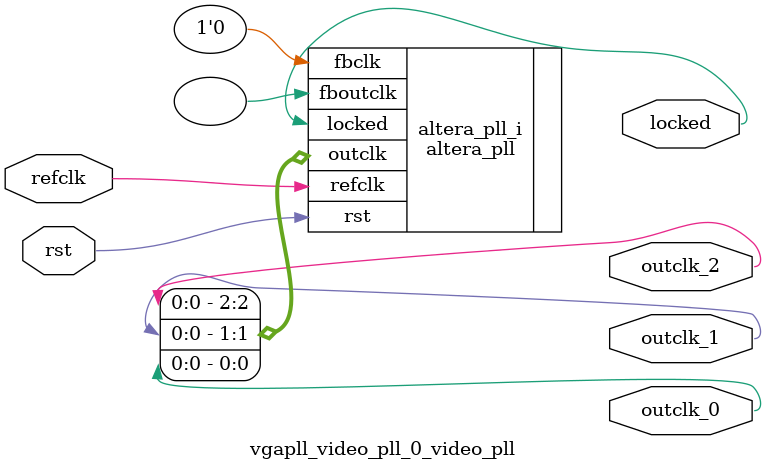
<source format=v>
`timescale 1ns/10ps
module  vgapll_video_pll_0_video_pll(

	// interface 'refclk'
	input wire refclk,

	// interface 'reset'
	input wire rst,

	// interface 'outclk0'
	output wire outclk_0,

	// interface 'outclk1'
	output wire outclk_1,

	// interface 'outclk2'
	output wire outclk_2,

	// interface 'locked'
	output wire locked
);

	altera_pll #(
		.fractional_vco_multiplier("false"),
		.reference_clock_frequency("50.0 MHz"),
		.operation_mode("direct"),
		.number_of_clocks(3),
		.output_clock_frequency0("25.000000 MHz"),
		.phase_shift0("0 ps"),
		.duty_cycle0(50),
		.output_clock_frequency1("25.000000 MHz"),
		.phase_shift1("0 ps"),
		.duty_cycle1(50),
		.output_clock_frequency2("33.000000 MHz"),
		.phase_shift2("0 ps"),
		.duty_cycle2(50),
		.output_clock_frequency3("0 MHz"),
		.phase_shift3("0 ps"),
		.duty_cycle3(50),
		.output_clock_frequency4("0 MHz"),
		.phase_shift4("0 ps"),
		.duty_cycle4(50),
		.output_clock_frequency5("0 MHz"),
		.phase_shift5("0 ps"),
		.duty_cycle5(50),
		.output_clock_frequency6("0 MHz"),
		.phase_shift6("0 ps"),
		.duty_cycle6(50),
		.output_clock_frequency7("0 MHz"),
		.phase_shift7("0 ps"),
		.duty_cycle7(50),
		.output_clock_frequency8("0 MHz"),
		.phase_shift8("0 ps"),
		.duty_cycle8(50),
		.output_clock_frequency9("0 MHz"),
		.phase_shift9("0 ps"),
		.duty_cycle9(50),
		.output_clock_frequency10("0 MHz"),
		.phase_shift10("0 ps"),
		.duty_cycle10(50),
		.output_clock_frequency11("0 MHz"),
		.phase_shift11("0 ps"),
		.duty_cycle11(50),
		.output_clock_frequency12("0 MHz"),
		.phase_shift12("0 ps"),
		.duty_cycle12(50),
		.output_clock_frequency13("0 MHz"),
		.phase_shift13("0 ps"),
		.duty_cycle13(50),
		.output_clock_frequency14("0 MHz"),
		.phase_shift14("0 ps"),
		.duty_cycle14(50),
		.output_clock_frequency15("0 MHz"),
		.phase_shift15("0 ps"),
		.duty_cycle15(50),
		.output_clock_frequency16("0 MHz"),
		.phase_shift16("0 ps"),
		.duty_cycle16(50),
		.output_clock_frequency17("0 MHz"),
		.phase_shift17("0 ps"),
		.duty_cycle17(50),
		.pll_type("General"),
		.pll_subtype("General")
	) altera_pll_i (
		.rst	(rst),
		.outclk	({outclk_2, outclk_1, outclk_0}),
		.locked	(locked),
		.fboutclk	( ),
		.fbclk	(1'b0),
		.refclk	(refclk)
	);
endmodule


</source>
